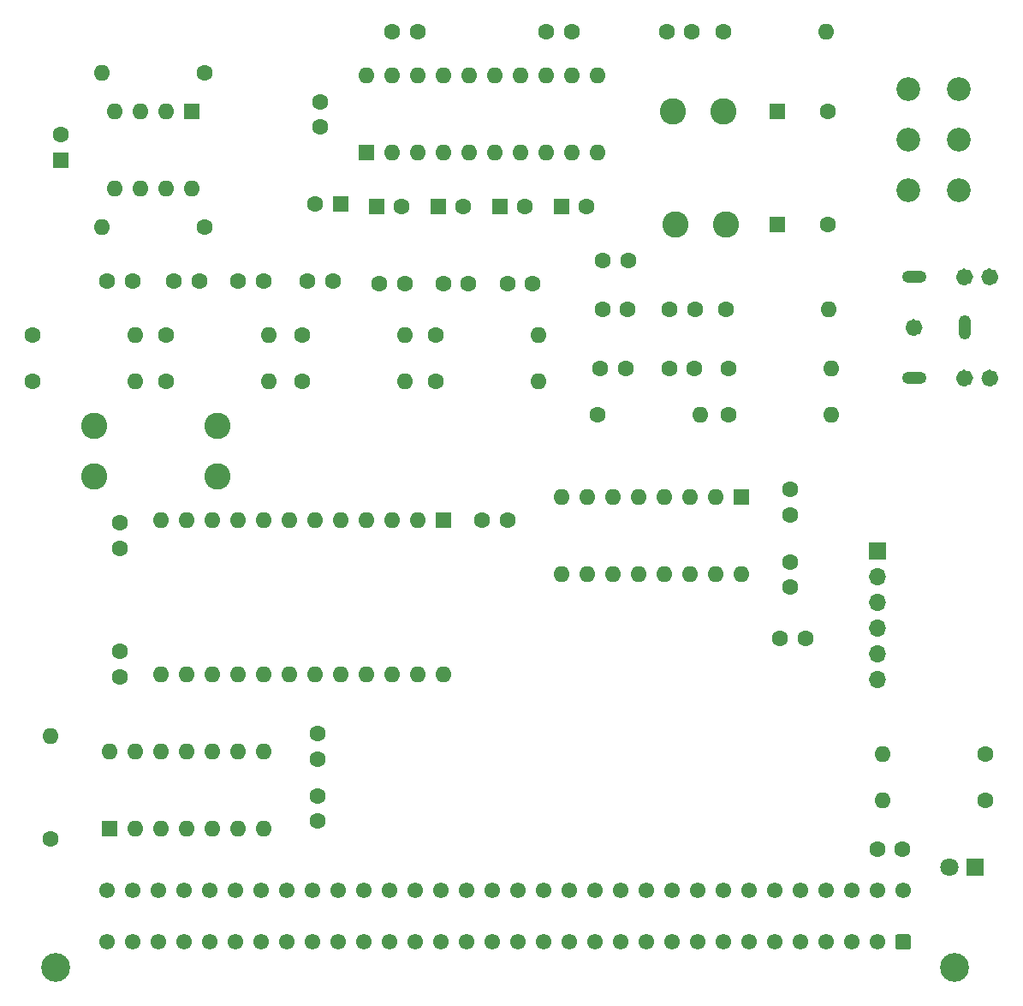
<source format=gbs>
G04 #@! TF.GenerationSoftware,KiCad,Pcbnew,(5.1.10)-1*
G04 #@! TF.CreationDate,2021-07-30T10:24:52+01:00*
G04 #@! TF.ProjectId,AudioYM2612,41756469-6f59-44d3-9236-31322e6b6963,rev?*
G04 #@! TF.SameCoordinates,Original*
G04 #@! TF.FileFunction,Soldermask,Bot*
G04 #@! TF.FilePolarity,Negative*
%FSLAX46Y46*%
G04 Gerber Fmt 4.6, Leading zero omitted, Abs format (unit mm)*
G04 Created by KiCad (PCBNEW (5.1.10)-1) date 2021-07-30 10:24:52*
%MOMM*%
%LPD*%
G01*
G04 APERTURE LIST*
%ADD10C,0.854000*%
%ADD11O,1.700000X1.700000*%
%ADD12R,1.700000X1.700000*%
%ADD13C,1.200000*%
%ADD14O,2.416000X1.208000*%
%ADD15O,1.208000X2.416000*%
%ADD16O,1.600000X1.600000*%
%ADD17R,1.600000X1.600000*%
%ADD18C,2.340000*%
%ADD19C,1.600000*%
%ADD20C,2.600000*%
%ADD21C,1.550000*%
%ADD22C,2.850000*%
%ADD23C,1.800000*%
%ADD24R,1.800000X1.800000*%
G04 APERTURE END LIST*
D10*
X190991000Y-83566000D02*
G75*
G03*
X190991000Y-83566000I-427000J0D01*
G01*
X195991000Y-88566000D02*
G75*
G03*
X195991000Y-88566000I-427000J0D01*
G01*
X198491000Y-88566000D02*
G75*
G03*
X198491000Y-88566000I-427000J0D01*
G01*
X195991000Y-78566000D02*
G75*
G03*
X195991000Y-78566000I-427000J0D01*
G01*
X198491000Y-78566000D02*
G75*
G03*
X198491000Y-78566000I-427000J0D01*
G01*
D11*
X186944000Y-118364000D03*
X186944000Y-115824000D03*
X186944000Y-113284000D03*
X186944000Y-110744000D03*
X186944000Y-108204000D03*
D12*
X186944000Y-105664000D03*
D13*
X198064000Y-88566000D03*
X198064000Y-78566000D03*
X195564000Y-78566000D03*
X195564000Y-88566000D03*
X190564000Y-83566000D03*
D14*
X190564000Y-88566000D03*
X190564000Y-78566000D03*
D15*
X195564000Y-83566000D03*
D16*
X136398000Y-58674000D03*
X159258000Y-66294000D03*
X138938000Y-58674000D03*
X156718000Y-66294000D03*
X141478000Y-58674000D03*
X154178000Y-66294000D03*
X144018000Y-58674000D03*
X151638000Y-66294000D03*
X146558000Y-58674000D03*
X149098000Y-66294000D03*
X149098000Y-58674000D03*
X146558000Y-66294000D03*
X151638000Y-58674000D03*
X144018000Y-66294000D03*
X154178000Y-58674000D03*
X141478000Y-66294000D03*
X156718000Y-58674000D03*
X138938000Y-66294000D03*
X159258000Y-58674000D03*
D17*
X136398000Y-66294000D03*
D16*
X119126000Y-69818000D03*
X111506000Y-62198000D03*
X116586000Y-69818000D03*
X114046000Y-62198000D03*
X114046000Y-69818000D03*
X116586000Y-62198000D03*
X111506000Y-69818000D03*
D17*
X119126000Y-62198000D03*
D16*
X173482000Y-107950000D03*
X155702000Y-100330000D03*
X170942000Y-107950000D03*
X158242000Y-100330000D03*
X168402000Y-107950000D03*
X160782000Y-100330000D03*
X165862000Y-107950000D03*
X163322000Y-100330000D03*
X163322000Y-107950000D03*
X165862000Y-100330000D03*
X160782000Y-107950000D03*
X168402000Y-100330000D03*
X158242000Y-107950000D03*
X170942000Y-100330000D03*
X155702000Y-107950000D03*
D17*
X173482000Y-100330000D03*
D16*
X144018000Y-117856000D03*
X116078000Y-102616000D03*
X141478000Y-117856000D03*
X118618000Y-102616000D03*
X138938000Y-117856000D03*
X121158000Y-102616000D03*
X136398000Y-117856000D03*
X123698000Y-102616000D03*
X133858000Y-117856000D03*
X126238000Y-102616000D03*
X131318000Y-117856000D03*
X128778000Y-102616000D03*
X128778000Y-117856000D03*
X131318000Y-102616000D03*
X126238000Y-117856000D03*
X133858000Y-102616000D03*
X123698000Y-117856000D03*
X136398000Y-102616000D03*
X121158000Y-117856000D03*
X138938000Y-102616000D03*
X118618000Y-117856000D03*
X141478000Y-102616000D03*
X116078000Y-117856000D03*
D17*
X144018000Y-102616000D03*
D16*
X110998000Y-125476000D03*
X126238000Y-133096000D03*
X113538000Y-125476000D03*
X123698000Y-133096000D03*
X116078000Y-125476000D03*
X121158000Y-133096000D03*
X118618000Y-125476000D03*
X118618000Y-133096000D03*
X121158000Y-125476000D03*
X116078000Y-133096000D03*
X123698000Y-125476000D03*
X113538000Y-133096000D03*
X126238000Y-125476000D03*
D17*
X110998000Y-133096000D03*
D18*
X190000000Y-70000000D03*
X190000000Y-65000000D03*
X190000000Y-60000000D03*
X195000000Y-70000000D03*
X195000000Y-65000000D03*
X195000000Y-60000000D03*
D16*
X182118000Y-81788000D03*
D19*
X171958000Y-81788000D03*
D16*
X181864000Y-54356000D03*
D19*
X171704000Y-54356000D03*
D16*
X110236000Y-73628000D03*
D19*
X120396000Y-73628000D03*
D16*
X110236000Y-58388000D03*
D19*
X120396000Y-58388000D03*
D16*
X153416000Y-84328000D03*
D19*
X143256000Y-84328000D03*
D16*
X126746000Y-84328000D03*
D19*
X116586000Y-84328000D03*
D16*
X153416000Y-88900000D03*
D19*
X143256000Y-88900000D03*
D16*
X126746000Y-88900000D03*
D19*
X116586000Y-88900000D03*
D16*
X140208000Y-84328000D03*
D19*
X130048000Y-84328000D03*
D16*
X113538000Y-84328000D03*
D19*
X103378000Y-84328000D03*
D16*
X182372000Y-92202000D03*
D19*
X172212000Y-92202000D03*
D16*
X182372000Y-87630000D03*
D19*
X172212000Y-87630000D03*
D16*
X140208000Y-88900000D03*
D19*
X130048000Y-88900000D03*
D16*
X113538000Y-88900000D03*
D19*
X103378000Y-88900000D03*
D16*
X169418000Y-92202000D03*
D19*
X159258000Y-92202000D03*
D16*
X105156000Y-123952000D03*
D19*
X105156000Y-134112000D03*
D16*
X187452000Y-125730000D03*
D19*
X197612000Y-125730000D03*
D16*
X187452000Y-130302000D03*
D19*
X197612000Y-130302000D03*
D20*
X171704000Y-62230000D03*
X166704000Y-62230000D03*
X171958000Y-73406000D03*
X166958000Y-73406000D03*
X109474000Y-93298000D03*
X109474000Y-98298000D03*
X121666000Y-93298000D03*
X121666000Y-98298000D03*
D21*
X110744000Y-139192000D03*
X113284000Y-139192000D03*
X115824000Y-139192000D03*
X118364000Y-139192000D03*
X120904000Y-139192000D03*
X123444000Y-139192000D03*
X125984000Y-139192000D03*
X128524000Y-139192000D03*
X131064000Y-139192000D03*
X133604000Y-139192000D03*
X136144000Y-139192000D03*
X138684000Y-139192000D03*
X141224000Y-139192000D03*
X143764000Y-139192000D03*
X146304000Y-139192000D03*
X148844000Y-139192000D03*
X151384000Y-139192000D03*
X153924000Y-139192000D03*
X156464000Y-139192000D03*
X159004000Y-139192000D03*
X161544000Y-139192000D03*
X164084000Y-139192000D03*
X166624000Y-139192000D03*
X169164000Y-139192000D03*
X171704000Y-139192000D03*
X174244000Y-139192000D03*
X176784000Y-139192000D03*
X179324000Y-139192000D03*
X181864000Y-139192000D03*
X184404000Y-139192000D03*
X186944000Y-139192000D03*
X189484000Y-139192000D03*
X110744000Y-144272000D03*
X113284000Y-144272000D03*
X115824000Y-144272000D03*
X118364000Y-144272000D03*
X120904000Y-144272000D03*
X123444000Y-144272000D03*
X125984000Y-144272000D03*
X128524000Y-144272000D03*
X131064000Y-144272000D03*
X133604000Y-144272000D03*
X136144000Y-144272000D03*
X138684000Y-144272000D03*
X141224000Y-144272000D03*
X143764000Y-144272000D03*
X146304000Y-144272000D03*
X148844000Y-144272000D03*
X151384000Y-144272000D03*
X153924000Y-144272000D03*
X156464000Y-144272000D03*
X159004000Y-144272000D03*
X161544000Y-144272000D03*
X164084000Y-144272000D03*
X166624000Y-144272000D03*
X169164000Y-144272000D03*
X171704000Y-144272000D03*
X174244000Y-144272000D03*
X176784000Y-144272000D03*
X179324000Y-144272000D03*
X181864000Y-144272000D03*
X184404000Y-144272000D03*
X186944000Y-144272000D03*
G36*
G01*
X190259000Y-143746998D02*
X190259000Y-144797002D01*
G75*
G02*
X190009002Y-145047000I-249998J0D01*
G01*
X188958998Y-145047000D01*
G75*
G02*
X188709000Y-144797002I0J249998D01*
G01*
X188709000Y-143746998D01*
G75*
G02*
X188958998Y-143497000I249998J0D01*
G01*
X190009002Y-143497000D01*
G75*
G02*
X190259000Y-143746998I0J-249998D01*
G01*
G37*
D22*
X105664000Y-146812000D03*
X194564000Y-146812000D03*
D23*
X194056000Y-136906000D03*
D24*
X196596000Y-136906000D03*
D19*
X182038000Y-73406000D03*
D17*
X177038000Y-73406000D03*
D19*
X182038000Y-62230000D03*
D17*
X177038000Y-62230000D03*
D19*
X168910000Y-81788000D03*
X166410000Y-81788000D03*
X168616000Y-54356000D03*
X166116000Y-54356000D03*
X141478000Y-54356000D03*
X138978000Y-54356000D03*
X156718000Y-54356000D03*
X154218000Y-54356000D03*
X158202000Y-71628000D03*
D17*
X155702000Y-71628000D03*
D19*
X152106000Y-71628000D03*
D17*
X149606000Y-71628000D03*
D19*
X139914000Y-71628000D03*
D17*
X137414000Y-71628000D03*
D19*
X146010000Y-71628000D03*
D17*
X143510000Y-71628000D03*
D19*
X162306000Y-76962000D03*
X159806000Y-76962000D03*
X162266000Y-81788000D03*
X159766000Y-81788000D03*
X131826000Y-61254000D03*
X131826000Y-63754000D03*
X106172000Y-64524000D03*
D17*
X106172000Y-67024000D03*
D19*
X131572000Y-123698000D03*
X131572000Y-126198000D03*
X112014000Y-102870000D03*
X112014000Y-105370000D03*
X112014000Y-115570000D03*
X112014000Y-118070000D03*
X152868000Y-79248000D03*
X150368000Y-79248000D03*
X126238000Y-78994000D03*
X123738000Y-78994000D03*
X178308000Y-99568000D03*
X178308000Y-102068000D03*
X146518000Y-79248000D03*
X144018000Y-79248000D03*
X119888000Y-78994000D03*
X117388000Y-78994000D03*
X131572000Y-129834000D03*
X131572000Y-132334000D03*
X150368000Y-102616000D03*
X147868000Y-102616000D03*
X168870000Y-87630000D03*
X166370000Y-87630000D03*
X162052000Y-87630000D03*
X159552000Y-87630000D03*
X131358000Y-71374000D03*
D17*
X133858000Y-71374000D03*
D19*
X133096000Y-78994000D03*
X130596000Y-78994000D03*
X186944000Y-135128000D03*
X189444000Y-135128000D03*
X177332000Y-114300000D03*
X179832000Y-114300000D03*
X178308000Y-106720000D03*
X178308000Y-109220000D03*
X140208000Y-79248000D03*
X137708000Y-79248000D03*
X113284000Y-78994000D03*
X110784000Y-78994000D03*
M02*

</source>
